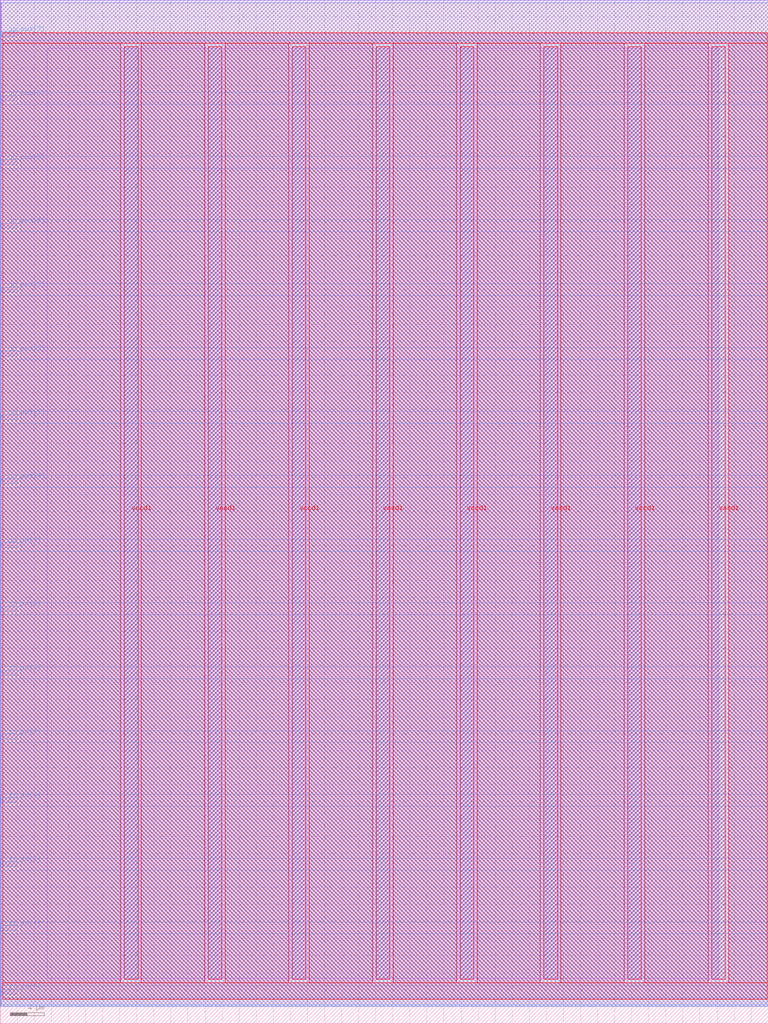
<source format=lef>
VERSION 5.7 ;
  NOWIREEXTENSIONATPIN ON ;
  DIVIDERCHAR "/" ;
  BUSBITCHARS "[]" ;
MACRO fraserbc_simon
  CLASS BLOCK ;
  FOREIGN fraserbc_simon ;
  ORIGIN 0.000 0.000 ;
  SIZE 90.000 BY 120.000 ;
  PIN io_in[0]
    DIRECTION INPUT ;
    USE SIGNAL ;
    PORT
      LAYER met3 ;
        RECT 0.000 3.440 2.000 4.040 ;
    END
  END io_in[0]
  PIN io_in[1]
    DIRECTION INPUT ;
    USE SIGNAL ;
    PORT
      LAYER met3 ;
        RECT 0.000 10.920 2.000 11.520 ;
    END
  END io_in[1]
  PIN io_in[2]
    DIRECTION INPUT ;
    USE SIGNAL ;
    PORT
      LAYER met3 ;
        RECT 0.000 18.400 2.000 19.000 ;
    END
  END io_in[2]
  PIN io_in[3]
    DIRECTION INPUT ;
    USE SIGNAL ;
    PORT
      LAYER met3 ;
        RECT 0.000 25.880 2.000 26.480 ;
    END
  END io_in[3]
  PIN io_in[4]
    DIRECTION INPUT ;
    USE SIGNAL ;
    PORT
      LAYER met3 ;
        RECT 0.000 33.360 2.000 33.960 ;
    END
  END io_in[4]
  PIN io_in[5]
    DIRECTION INPUT ;
    USE SIGNAL ;
    PORT
      LAYER met3 ;
        RECT 0.000 40.840 2.000 41.440 ;
    END
  END io_in[5]
  PIN io_in[6]
    DIRECTION INPUT ;
    USE SIGNAL ;
    PORT
      LAYER met3 ;
        RECT 0.000 48.320 2.000 48.920 ;
    END
  END io_in[6]
  PIN io_in[7]
    DIRECTION INPUT ;
    USE SIGNAL ;
    PORT
      LAYER met3 ;
        RECT 0.000 55.800 2.000 56.400 ;
    END
  END io_in[7]
  PIN io_out[0]
    DIRECTION OUTPUT TRISTATE ;
    USE SIGNAL ;
    PORT
      LAYER met3 ;
        RECT 0.000 63.280 2.000 63.880 ;
    END
  END io_out[0]
  PIN io_out[1]
    DIRECTION OUTPUT TRISTATE ;
    USE SIGNAL ;
    PORT
      LAYER met3 ;
        RECT 0.000 70.760 2.000 71.360 ;
    END
  END io_out[1]
  PIN io_out[2]
    DIRECTION OUTPUT TRISTATE ;
    USE SIGNAL ;
    PORT
      LAYER met3 ;
        RECT 0.000 78.240 2.000 78.840 ;
    END
  END io_out[2]
  PIN io_out[3]
    DIRECTION OUTPUT TRISTATE ;
    USE SIGNAL ;
    PORT
      LAYER met3 ;
        RECT 0.000 85.720 2.000 86.320 ;
    END
  END io_out[3]
  PIN io_out[4]
    DIRECTION OUTPUT TRISTATE ;
    USE SIGNAL ;
    PORT
      LAYER met3 ;
        RECT 0.000 93.200 2.000 93.800 ;
    END
  END io_out[4]
  PIN io_out[5]
    DIRECTION OUTPUT TRISTATE ;
    USE SIGNAL ;
    PORT
      LAYER met3 ;
        RECT 0.000 100.680 2.000 101.280 ;
    END
  END io_out[5]
  PIN io_out[6]
    DIRECTION OUTPUT TRISTATE ;
    USE SIGNAL ;
    PORT
      LAYER met3 ;
        RECT 0.000 108.160 2.000 108.760 ;
    END
  END io_out[6]
  PIN io_out[7]
    DIRECTION OUTPUT TRISTATE ;
    USE SIGNAL ;
    PORT
      LAYER met3 ;
        RECT 0.000 115.640 2.000 116.240 ;
    END
  END io_out[7]
  PIN vccd1
    DIRECTION INOUT ;
    USE POWER ;
    PORT
      LAYER met4 ;
        RECT 14.550 5.200 16.150 114.480 ;
    END
    PORT
      LAYER met4 ;
        RECT 34.215 5.200 35.815 114.480 ;
    END
    PORT
      LAYER met4 ;
        RECT 53.880 5.200 55.480 114.480 ;
    END
    PORT
      LAYER met4 ;
        RECT 73.545 5.200 75.145 114.480 ;
    END
  END vccd1
  PIN vssd1
    DIRECTION INOUT ;
    USE GROUND ;
    PORT
      LAYER met4 ;
        RECT 24.380 5.200 25.980 114.480 ;
    END
    PORT
      LAYER met4 ;
        RECT 44.045 5.200 45.645 114.480 ;
    END
    PORT
      LAYER met4 ;
        RECT 63.710 5.200 65.310 114.480 ;
    END
    PORT
      LAYER met4 ;
        RECT 83.375 5.200 84.975 114.480 ;
    END
  END vssd1
  OBS
      LAYER li1 ;
        RECT 5.520 5.355 84.180 114.325 ;
      LAYER met1 ;
        RECT 0.070 2.080 90.000 119.920 ;
      LAYER met2 ;
        RECT 0.090 2.050 90.000 119.670 ;
      LAYER met3 ;
        RECT 2.400 115.240 89.890 116.105 ;
        RECT 0.065 109.160 89.890 115.240 ;
        RECT 2.400 107.760 89.890 109.160 ;
        RECT 0.065 101.680 89.890 107.760 ;
        RECT 2.400 100.280 89.890 101.680 ;
        RECT 0.065 94.200 89.890 100.280 ;
        RECT 2.400 92.800 89.890 94.200 ;
        RECT 0.065 86.720 89.890 92.800 ;
        RECT 2.400 85.320 89.890 86.720 ;
        RECT 0.065 79.240 89.890 85.320 ;
        RECT 2.400 77.840 89.890 79.240 ;
        RECT 0.065 71.760 89.890 77.840 ;
        RECT 2.400 70.360 89.890 71.760 ;
        RECT 0.065 64.280 89.890 70.360 ;
        RECT 2.400 62.880 89.890 64.280 ;
        RECT 0.065 56.800 89.890 62.880 ;
        RECT 2.400 55.400 89.890 56.800 ;
        RECT 0.065 49.320 89.890 55.400 ;
        RECT 2.400 47.920 89.890 49.320 ;
        RECT 0.065 41.840 89.890 47.920 ;
        RECT 2.400 40.440 89.890 41.840 ;
        RECT 0.065 34.360 89.890 40.440 ;
        RECT 2.400 32.960 89.890 34.360 ;
        RECT 0.065 26.880 89.890 32.960 ;
        RECT 2.400 25.480 89.890 26.880 ;
        RECT 0.065 19.400 89.890 25.480 ;
        RECT 2.400 18.000 89.890 19.400 ;
        RECT 0.065 11.920 89.890 18.000 ;
        RECT 2.400 10.520 89.890 11.920 ;
        RECT 0.065 4.440 89.890 10.520 ;
        RECT 2.400 3.040 89.890 4.440 ;
        RECT 0.065 2.215 89.890 3.040 ;
      LAYER met4 ;
        RECT 0.295 114.880 89.865 116.105 ;
        RECT 0.295 4.800 14.150 114.880 ;
        RECT 16.550 4.800 23.980 114.880 ;
        RECT 26.380 4.800 33.815 114.880 ;
        RECT 36.215 4.800 43.645 114.880 ;
        RECT 46.045 4.800 53.480 114.880 ;
        RECT 55.880 4.800 63.310 114.880 ;
        RECT 65.710 4.800 73.145 114.880 ;
        RECT 75.545 4.800 82.975 114.880 ;
        RECT 85.375 4.800 89.865 114.880 ;
        RECT 0.295 2.895 89.865 4.800 ;
  END
END fraserbc_simon
END LIBRARY


</source>
